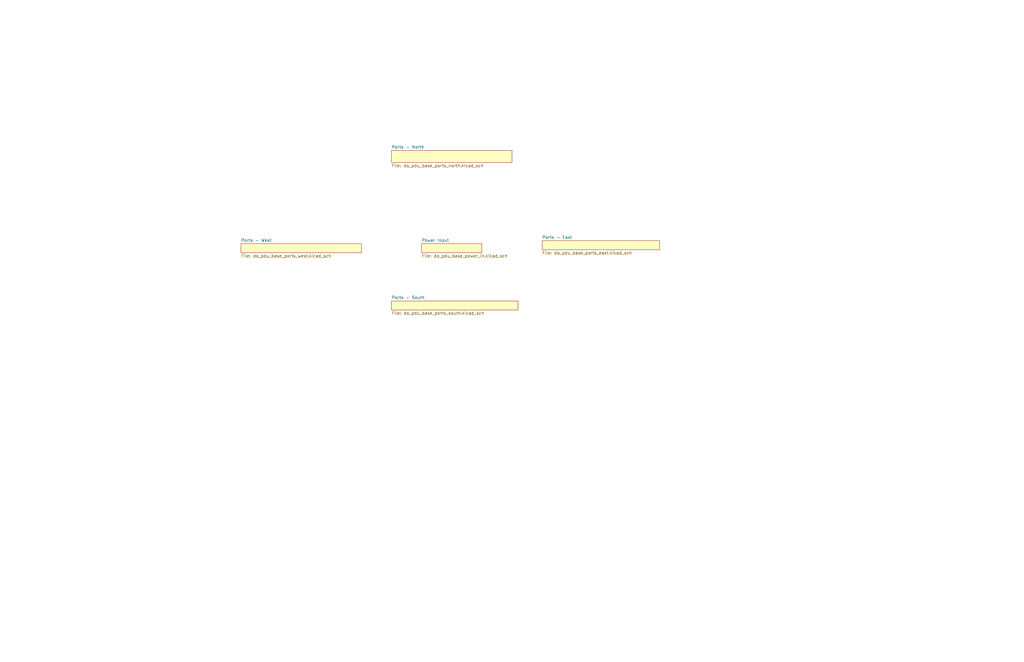
<source format=kicad_sch>
(kicad_sch
	(version 20231120)
	(generator "eeschema")
	(generator_version "8.0")
	(uuid "c645259e-0de7-49e5-8929-021bb559b7da")
	(paper "B")
	(lib_symbols)
	(sheet
		(at 165.1 127)
		(size 53.34 3.81)
		(fields_autoplaced yes)
		(stroke
			(width 0.1524)
			(type solid)
		)
		(fill
			(color 255 255 194 1.0000)
		)
		(uuid "21e5be49-6eb6-4711-af4e-d733e7412cc5")
		(property "Sheetname" "Ports - South"
			(at 165.1 126.2884 0)
			(effects
				(font
					(size 1.27 1.27)
				)
				(justify left bottom)
			)
		)
		(property "Sheetfile" "do_pdu_base_ports_south.kicad_sch"
			(at 165.1 131.3946 0)
			(effects
				(font
					(size 1.27 1.27)
				)
				(justify left top)
			)
		)
		(instances
			(project "do_pdu_base"
				(path "/c645259e-0de7-49e5-8929-021bb559b7da"
					(page "4")
				)
			)
		)
	)
	(sheet
		(at 228.6 101.6)
		(size 49.53 3.81)
		(fields_autoplaced yes)
		(stroke
			(width 0.1524)
			(type solid)
		)
		(fill
			(color 255 255 194 1.0000)
		)
		(uuid "4e2fdddc-e702-47e2-b532-3569b95a395a")
		(property "Sheetname" "Ports - East"
			(at 228.6 100.8884 0)
			(effects
				(font
					(size 1.27 1.27)
				)
				(justify left bottom)
			)
		)
		(property "Sheetfile" "do_pdu_base_ports_east.kicad_sch"
			(at 228.6 105.9946 0)
			(effects
				(font
					(size 1.27 1.27)
				)
				(justify left top)
			)
		)
		(instances
			(project "do_pdu_base"
				(path "/c645259e-0de7-49e5-8929-021bb559b7da"
					(page "3")
				)
			)
		)
	)
	(sheet
		(at 101.6 102.87)
		(size 50.8 3.81)
		(fields_autoplaced yes)
		(stroke
			(width 0.1524)
			(type solid)
		)
		(fill
			(color 255 255 194 1.0000)
		)
		(uuid "5ebf6ecb-8804-4c0f-8f74-85e496ad3eeb")
		(property "Sheetname" "Ports - West"
			(at 101.6 102.1584 0)
			(effects
				(font
					(size 1.27 1.27)
				)
				(justify left bottom)
			)
		)
		(property "Sheetfile" "do_pdu_base_ports_west.kicad_sch"
			(at 101.6 107.2646 0)
			(effects
				(font
					(size 1.27 1.27)
				)
				(justify left top)
			)
		)
		(instances
			(project "do_pdu_base"
				(path "/c645259e-0de7-49e5-8929-021bb559b7da"
					(page "5")
				)
			)
		)
	)
	(sheet
		(at 177.8 102.87)
		(size 25.4 3.81)
		(fields_autoplaced yes)
		(stroke
			(width 0.1524)
			(type solid)
		)
		(fill
			(color 255 255 194 1.0000)
		)
		(uuid "681e03cf-5c78-49f9-bd06-4c256ea733b4")
		(property "Sheetname" "Power Input"
			(at 177.8 102.1584 0)
			(effects
				(font
					(size 1.27 1.27)
				)
				(justify left bottom)
			)
		)
		(property "Sheetfile" "do_pdu_base_power_in.kicad_sch"
			(at 177.8 107.2646 0)
			(effects
				(font
					(size 1.27 1.27)
				)
				(justify left top)
			)
		)
		(instances
			(project "do_pdu_base"
				(path "/c645259e-0de7-49e5-8929-021bb559b7da"
					(page "6")
				)
			)
		)
	)
	(sheet
		(at 165.1 63.5)
		(size 50.8 5.08)
		(fields_autoplaced yes)
		(stroke
			(width 0.1524)
			(type solid)
		)
		(fill
			(color 255 255 194 1.0000)
		)
		(uuid "f5e72b23-fd4b-4f88-b20e-5af58771acfc")
		(property "Sheetname" "Ports - North"
			(at 165.1 62.7884 0)
			(effects
				(font
					(size 1.27 1.27)
				)
				(justify left bottom)
			)
		)
		(property "Sheetfile" "do_pdu_base_ports_north.kicad_sch"
			(at 165.1 69.1646 0)
			(effects
				(font
					(size 1.27 1.27)
				)
				(justify left top)
			)
		)
		(instances
			(project "do_pdu_base"
				(path "/c645259e-0de7-49e5-8929-021bb559b7da"
					(page "2")
				)
			)
		)
	)
	(sheet_instances
		(path "/"
			(page "1")
		)
	)
)
</source>
